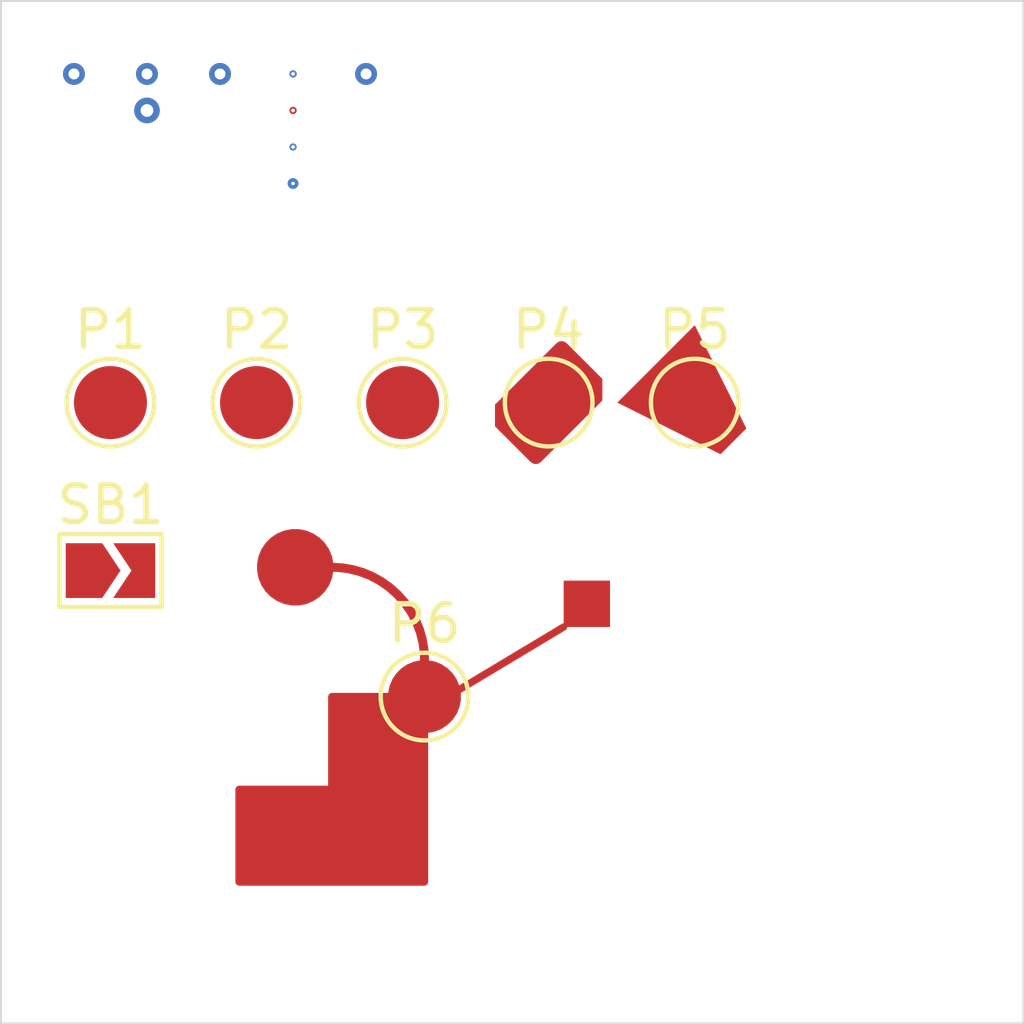
<source format=kicad_pcb>
(kicad_pcb (version 20240108) (generator "pcbnew") (generator_version "8.0")
  (layers (0 "F.Cu" signal) (1 "In1.Cu" signal) (2 "In2.Cu" signal) (3 "In3.Cu" signal) (4 "In4.Cu" signal) (31 "B.Cu" signal) (34 "B.Paste" user) (35 "F.Paste" user) (36 "B.SilkS" user "B.Silkscreen") (37 "F.SilkS" user "F.Silkscreen") (38 "B.Mask" user) (39 "F.Mask" user) (44 "Edge.Cuts" user))
  (net 0 "")
  (net 1 "A")
  (net 2 "B")
  (footprint "TestPoint:TestPoint_Pad_D2.0mm" (layer "F.Cu") (at 125 89)
    (property "Reference" "P2" (at 0 -1.998 0) (layer "F.SilkS"))
    (property "Value" "TestPoint_Pad_D2.0mm" (hide yes))
    (fp_circle (center 0 0) (end 0 1.2) (stroke (width 0.12)) (fill none) (layer "F.SilkS"))
    (pad "1" smd circle (at 0 0 90) (size 2 2) (layers "F.Cu" "F.Mask"))
  )
  (footprint "TestPoint:TestPoint_Pad_D2.0mm" (layer "F.Cu") (at 137 89)
    (property "Reference" "P5" (at 0 -1.998 0) (layer "F.SilkS"))
    (property "Value" "TestPoint_Pad_D2.0mm" (hide yes))
    (fp_circle (center 0 0) (end 0 1.2) (stroke (width 0.12)) (fill none) (layer "F.SilkS"))
    (pad "2" smd trapezoid (at 0 0 315) (size 3 2) (rect_delta 1 0) (layers "F.Cu"))
  )
  (footprint "TestPoint:TestPoint_Pad_D2.0mm" (layer "F.Cu") (at 133 89)
    (property "Reference" "P4" (at 0 -1.998 0) (layer "F.SilkS"))
    (property "Value" "TestPoint_Pad_D2.0mm" (hide yes))
    (fp_circle (center 0 0) (end 0 1.2) (stroke (width 0.12)) (fill none) (layer "F.SilkS"))
    (pad "Pad" smd roundrect (at 0 0 45) (size 3 2) (layers "F.Cu" "F.Adhes" "F.Paste" "F.Mask") (roundrect_rratio 0.1) (chamfer_ratio 0.21) (chamfer top_left bottom_right))
  )
  (footprint "Jumper:SolderJumper-2_P1.3mm_Open_TrianglePad1.0x1.5mm" (layer "F.Cu") (at 121 93.6)
    (property "Reference" "SB1" (at 0 -1.8 0) (layer "F.SilkS"))
    (property "Value" "SolderJumper-2_P1.3mm_Open_TrianglePad1.0x1.5mm" (hide yes))
    (fp_line (start -1.4 -1) (end 1.4 -1) (stroke (width 0.12)) (layer "F.SilkS"))
    (fp_line (start -1.4 1) (end -1.4 -1) (stroke (width 0.12)) (layer "F.SilkS"))
    (fp_line (start 1.4 -1) (end 1.4 1) (stroke (width 0.12)) (layer "F.SilkS"))
    (fp_line (start 1.4 1) (end -1.4 1) (stroke (width 0.12)) (layer "F.SilkS"))
    (pad "1" smd custom (at -0.725 0) (size 0.3 0.3) (layers "F.Cu" "F.Mask") (options (clearance outline) (anchor rect)) (primitives (gr_poly (pts (xy -0.5 -0.75) (xy 0.5 -0.75) (xy 1 0) (xy 0.5 0.75) (xy -0.5 0.75)) (width 0) (fill yes))))
    (pad "2" smd custom (at 0.725 0) (size 0.3 0.3) (layers "F.Cu" "F.Mask") (options (clearance outline) (anchor rect)) (primitives (gr_poly (pts (xy -0.65 -0.75) (xy 0.5 -0.75) (xy 0.5 0.75) (xy -0.65 0.75) (xy -0.15 0)) (width 0) (fill yes))))
  )
  (footprint "TestPoint:TestPoint_Pad_D2.0mm" (layer "F.Cu") (at 121 89)
    (property "Reference" "P1" (at 0 -1.998 0) (layer "F.SilkS"))
    (property "Value" "TestPoint_Pad_D2.0mm" (hide yes))
    (fp_circle (center 0 0) (end 0 1.2) (stroke (width 0.12)) (fill none) (layer "F.SilkS"))
    (pad "1" smd circle (at 0 0) (size 2 2) (layers "F.Cu" "F.Mask"))
  )
  (footprint "TestPoint:TestPoint_Pad_D2.0mm" (layer "F.Cu") (at 129.6 97.05)
    (property "Reference" "P6" (at 0 -1.998 0) (layer "F.SilkS"))
    (property "Value" "TestPoint_Pad_D2.0mm" (hide yes))
    (fp_circle (center 0 0) (end 0 1.2) (stroke (width 0.12)) (fill none) (layer "F.SilkS"))
    (pad "1" smd custom (at 0 0 90) (size 2 2) (layers "F.Cu" "F.Mask") (options (clearance outline) (anchor circle)) (primitives (gr_bbox (start -3.175 -4.1275) (end -5.08 -0.9525) (fill no)) (gr_poly (pts (xy -2.54 -2.54) (xy 0 -2.54) (xy 0 0) (xy -5.08 0) (xy -5.08 -5.08) (xy -2.54 -5.08)) (width 0.2) (fill yes)) (gr_arc (start 3.54 -2.54) (mid 2.796051 -0.743949) (end 1 0) (width 0.25)) (gr_circle (center 3.54 -3.54) (end 3.54 -2.54) (width 0.1) (fill yes)) (gr_line (start 0 0.635) (end 1.905 3.81) (width 0.2)) (gr_rect (start 3.175 3.81) (end 1.905 5.08) (width 0) (fill yes))))
  )
  (footprint "TestPoint:TestPoint_Pad_D2.0mm" (layer "F.Cu") (at 129 89)
    (property "Reference" "P3" (at 0 -1.998 0) (layer "F.SilkS"))
    (property "Value" "TestPoint_Pad_D2.0mm" (hide yes))
    (fp_circle (center 0 0) (end 0 1.2) (stroke (width 0.12)) (fill none) (layer "F.SilkS"))
    (pad "Pad" smd circle (at 0 0 90) (size 2 2) (property pad_prop_bga) (layers "F.Cu" "F.Paste" "F.Mask") (clearance 1))
  )
  (gr_rect (start 118 78) (end 146 106) (stroke (width 0.05)) (fill none) (layer "Edge.Cuts"))
  (via blind (at 128 80) (size 0.6) (drill 0.3) (layers "F.Cu" "B.Cu") (net 0))
  (via (at 120 80) (size 0.6) (drill 0.3) (layers "F.Cu" "B.Cu") (net 1))
  (via (at 124 80) (size 0.6) (drill 0.3) (layers "F.Cu" "B.Cu") (net 1))
  (via (at 122 80) (size 0.6) (drill 0.3) (layers "F.Cu" "B.Cu") (net 2))
  (via (at 122 82) (size 0.7) (drill 0.35) (layers "F.Cu" "B.Cu") (remove_unused_layers yes) (net 2))
  (via (at 122 81) (size 0.7) (drill 0.35) (layers "F.Cu" "B.Cu") (net 2))
  (via micro (at 126 80) (size 0.2) (drill 0.1) (layers "F.Cu" "B.Cu") (net 2))
  (via micro (at 126 81) (size 0.2) (drill 0.1) (layers "F.Cu" "In4.Cu") (net 2))
  (via micro (at 126 83) (size 0.3) (drill 0.1) (layers "In3.Cu" "B.Cu") (net 2))
  (via micro (at 126 82) (size 0.2) (drill 0.1) (layers "In4.Cu" "B.Cu") (net 2))
)
</source>
